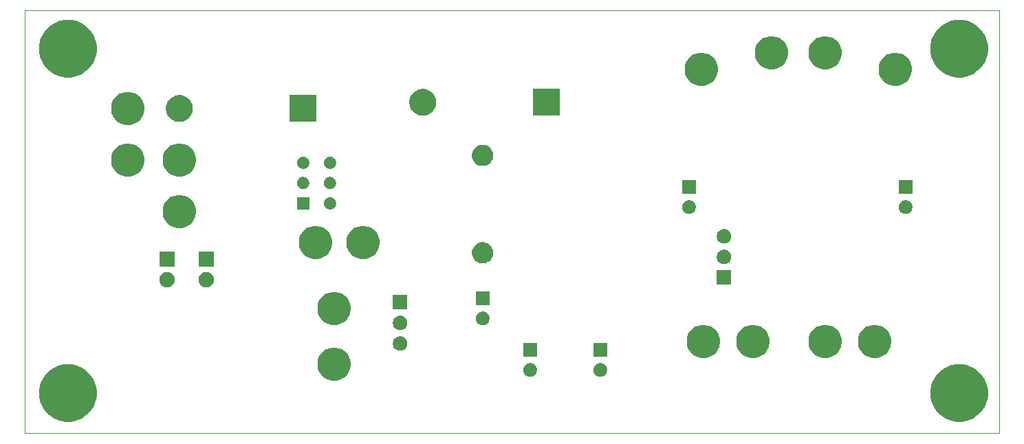
<source format=gbr>
G04 #@! TF.GenerationSoftware,KiCad,Pcbnew,(5.1.5)-3*
G04 #@! TF.CreationDate,2020-04-26T20:45:37-05:00*
G04 #@! TF.ProjectId,SolarBTSpeaker,536f6c61-7242-4545-9370-65616b65722e,1.0*
G04 #@! TF.SameCoordinates,Original*
G04 #@! TF.FileFunction,Soldermask,Bot*
G04 #@! TF.FilePolarity,Negative*
%FSLAX46Y46*%
G04 Gerber Fmt 4.6, Leading zero omitted, Abs format (unit mm)*
G04 Created by KiCad (PCBNEW (5.1.5)-3) date 2020-04-26 20:45:37*
%MOMM*%
%LPD*%
G04 APERTURE LIST*
%ADD10C,0.050000*%
%ADD11C,0.150000*%
G04 APERTURE END LIST*
D10*
X88138000Y-72263000D02*
X208153000Y-72263000D01*
X88138000Y-124333000D02*
X88138000Y-72263000D01*
X208153000Y-124333000D02*
X88138000Y-124333000D01*
X208153000Y-72263000D02*
X208153000Y-124333000D01*
D11*
G36*
X204235787Y-115965462D02*
G01*
X204327667Y-116003520D01*
X204882029Y-116233144D01*
X205463631Y-116621758D01*
X205958242Y-117116369D01*
X206346856Y-117697971D01*
X206461541Y-117974845D01*
X206614538Y-118344213D01*
X206751000Y-119030256D01*
X206751000Y-119729744D01*
X206614538Y-120415787D01*
X206614537Y-120415789D01*
X206346856Y-121062029D01*
X205958242Y-121643631D01*
X205463631Y-122138242D01*
X204882029Y-122526856D01*
X204425068Y-122716135D01*
X204235787Y-122794538D01*
X203549744Y-122931000D01*
X202850256Y-122931000D01*
X202164213Y-122794538D01*
X201974932Y-122716135D01*
X201517971Y-122526856D01*
X200936369Y-122138242D01*
X200441758Y-121643631D01*
X200053144Y-121062029D01*
X199785463Y-120415789D01*
X199785462Y-120415787D01*
X199649000Y-119729744D01*
X199649000Y-119030256D01*
X199785462Y-118344213D01*
X199938459Y-117974845D01*
X200053144Y-117697971D01*
X200441758Y-117116369D01*
X200936369Y-116621758D01*
X201517971Y-116233144D01*
X202072333Y-116003520D01*
X202164213Y-115965462D01*
X202850256Y-115829000D01*
X203549744Y-115829000D01*
X204235787Y-115965462D01*
G37*
G36*
X94507787Y-115965462D02*
G01*
X94599667Y-116003520D01*
X95154029Y-116233144D01*
X95735631Y-116621758D01*
X96230242Y-117116369D01*
X96618856Y-117697971D01*
X96733541Y-117974845D01*
X96886538Y-118344213D01*
X97023000Y-119030256D01*
X97023000Y-119729744D01*
X96886538Y-120415787D01*
X96886537Y-120415789D01*
X96618856Y-121062029D01*
X96230242Y-121643631D01*
X95735631Y-122138242D01*
X95154029Y-122526856D01*
X94697068Y-122716135D01*
X94507787Y-122794538D01*
X93821744Y-122931000D01*
X93122256Y-122931000D01*
X92436213Y-122794538D01*
X92246932Y-122716135D01*
X91789971Y-122526856D01*
X91208369Y-122138242D01*
X90713758Y-121643631D01*
X90325144Y-121062029D01*
X90057463Y-120415789D01*
X90057462Y-120415787D01*
X89921000Y-119729744D01*
X89921000Y-119030256D01*
X90057462Y-118344213D01*
X90210459Y-117974845D01*
X90325144Y-117697971D01*
X90713758Y-117116369D01*
X91208369Y-116621758D01*
X91789971Y-116233144D01*
X92344333Y-116003520D01*
X92436213Y-115965462D01*
X93122256Y-115829000D01*
X93821744Y-115829000D01*
X94507787Y-115965462D01*
G37*
G36*
X126836326Y-113851578D02*
G01*
X127198586Y-114001631D01*
X127209631Y-114006206D01*
X127545596Y-114230690D01*
X127831310Y-114516404D01*
X128055794Y-114852369D01*
X128055795Y-114852371D01*
X128210422Y-115225674D01*
X128289250Y-115621968D01*
X128289250Y-116026032D01*
X128210422Y-116422326D01*
X128124477Y-116629815D01*
X128055794Y-116795631D01*
X127831310Y-117131596D01*
X127545596Y-117417310D01*
X127209631Y-117641794D01*
X127209630Y-117641795D01*
X127209629Y-117641795D01*
X126836326Y-117796422D01*
X126440032Y-117875250D01*
X126035968Y-117875250D01*
X125639674Y-117796422D01*
X125266371Y-117641795D01*
X125266370Y-117641795D01*
X125266369Y-117641794D01*
X124930404Y-117417310D01*
X124644690Y-117131596D01*
X124420206Y-116795631D01*
X124351523Y-116629815D01*
X124265578Y-116422326D01*
X124186750Y-116026032D01*
X124186750Y-115621968D01*
X124265578Y-115225674D01*
X124420205Y-114852371D01*
X124420206Y-114852369D01*
X124644690Y-114516404D01*
X124930404Y-114230690D01*
X125266369Y-114006206D01*
X125277414Y-114001631D01*
X125639674Y-113851578D01*
X126035968Y-113772750D01*
X126440032Y-113772750D01*
X126836326Y-113851578D01*
G37*
G36*
X150616228Y-115727703D02*
G01*
X150771100Y-115791853D01*
X150910481Y-115884985D01*
X151029015Y-116003519D01*
X151122147Y-116142900D01*
X151186297Y-116297772D01*
X151219000Y-116462184D01*
X151219000Y-116629816D01*
X151186297Y-116794228D01*
X151122147Y-116949100D01*
X151029015Y-117088481D01*
X150910481Y-117207015D01*
X150771100Y-117300147D01*
X150616228Y-117364297D01*
X150451816Y-117397000D01*
X150284184Y-117397000D01*
X150119772Y-117364297D01*
X149964900Y-117300147D01*
X149825519Y-117207015D01*
X149706985Y-117088481D01*
X149613853Y-116949100D01*
X149549703Y-116794228D01*
X149517000Y-116629816D01*
X149517000Y-116462184D01*
X149549703Y-116297772D01*
X149613853Y-116142900D01*
X149706985Y-116003519D01*
X149825519Y-115884985D01*
X149964900Y-115791853D01*
X150119772Y-115727703D01*
X150284184Y-115695000D01*
X150451816Y-115695000D01*
X150616228Y-115727703D01*
G37*
G36*
X159252228Y-115727703D02*
G01*
X159407100Y-115791853D01*
X159546481Y-115884985D01*
X159665015Y-116003519D01*
X159758147Y-116142900D01*
X159822297Y-116297772D01*
X159855000Y-116462184D01*
X159855000Y-116629816D01*
X159822297Y-116794228D01*
X159758147Y-116949100D01*
X159665015Y-117088481D01*
X159546481Y-117207015D01*
X159407100Y-117300147D01*
X159252228Y-117364297D01*
X159087816Y-117397000D01*
X158920184Y-117397000D01*
X158755772Y-117364297D01*
X158600900Y-117300147D01*
X158461519Y-117207015D01*
X158342985Y-117088481D01*
X158249853Y-116949100D01*
X158185703Y-116794228D01*
X158153000Y-116629816D01*
X158153000Y-116462184D01*
X158185703Y-116297772D01*
X158249853Y-116142900D01*
X158342985Y-116003519D01*
X158461519Y-115884985D01*
X158600900Y-115791853D01*
X158755772Y-115727703D01*
X158920184Y-115695000D01*
X159087816Y-115695000D01*
X159252228Y-115727703D01*
G37*
G36*
X172302326Y-111057578D02*
G01*
X172675629Y-111212205D01*
X172675631Y-111212206D01*
X173011596Y-111436690D01*
X173297310Y-111722404D01*
X173521794Y-112058369D01*
X173521795Y-112058371D01*
X173676422Y-112431674D01*
X173755250Y-112827968D01*
X173755250Y-113232032D01*
X173676422Y-113628326D01*
X173642267Y-113710784D01*
X173521794Y-114001631D01*
X173297310Y-114337596D01*
X173011596Y-114623310D01*
X172675631Y-114847794D01*
X172675630Y-114847795D01*
X172675629Y-114847795D01*
X172302326Y-115002422D01*
X171906032Y-115081250D01*
X171501968Y-115081250D01*
X171105674Y-115002422D01*
X170732371Y-114847795D01*
X170732370Y-114847795D01*
X170732369Y-114847794D01*
X170396404Y-114623310D01*
X170110690Y-114337596D01*
X169886206Y-114001631D01*
X169765733Y-113710784D01*
X169731578Y-113628326D01*
X169652750Y-113232032D01*
X169652750Y-112827968D01*
X169731578Y-112431674D01*
X169886205Y-112058371D01*
X169886206Y-112058369D01*
X170110690Y-111722404D01*
X170396404Y-111436690D01*
X170732369Y-111212206D01*
X170732371Y-111212205D01*
X171105674Y-111057578D01*
X171501968Y-110978750D01*
X171906032Y-110978750D01*
X172302326Y-111057578D01*
G37*
G36*
X178398326Y-111057578D02*
G01*
X178771629Y-111212205D01*
X178771631Y-111212206D01*
X179107596Y-111436690D01*
X179393310Y-111722404D01*
X179617794Y-112058369D01*
X179617795Y-112058371D01*
X179772422Y-112431674D01*
X179851250Y-112827968D01*
X179851250Y-113232032D01*
X179772422Y-113628326D01*
X179738267Y-113710784D01*
X179617794Y-114001631D01*
X179393310Y-114337596D01*
X179107596Y-114623310D01*
X178771631Y-114847794D01*
X178771630Y-114847795D01*
X178771629Y-114847795D01*
X178398326Y-115002422D01*
X178002032Y-115081250D01*
X177597968Y-115081250D01*
X177201674Y-115002422D01*
X176828371Y-114847795D01*
X176828370Y-114847795D01*
X176828369Y-114847794D01*
X176492404Y-114623310D01*
X176206690Y-114337596D01*
X175982206Y-114001631D01*
X175861733Y-113710784D01*
X175827578Y-113628326D01*
X175748750Y-113232032D01*
X175748750Y-112827968D01*
X175827578Y-112431674D01*
X175982205Y-112058371D01*
X175982206Y-112058369D01*
X176206690Y-111722404D01*
X176492404Y-111436690D01*
X176828369Y-111212206D01*
X176828371Y-111212205D01*
X177201674Y-111057578D01*
X177597968Y-110978750D01*
X178002032Y-110978750D01*
X178398326Y-111057578D01*
G37*
G36*
X187288326Y-111057578D02*
G01*
X187661629Y-111212205D01*
X187661631Y-111212206D01*
X187997596Y-111436690D01*
X188283310Y-111722404D01*
X188507794Y-112058369D01*
X188507795Y-112058371D01*
X188662422Y-112431674D01*
X188741250Y-112827968D01*
X188741250Y-113232032D01*
X188662422Y-113628326D01*
X188628267Y-113710784D01*
X188507794Y-114001631D01*
X188283310Y-114337596D01*
X187997596Y-114623310D01*
X187661631Y-114847794D01*
X187661630Y-114847795D01*
X187661629Y-114847795D01*
X187288326Y-115002422D01*
X186892032Y-115081250D01*
X186487968Y-115081250D01*
X186091674Y-115002422D01*
X185718371Y-114847795D01*
X185718370Y-114847795D01*
X185718369Y-114847794D01*
X185382404Y-114623310D01*
X185096690Y-114337596D01*
X184872206Y-114001631D01*
X184751733Y-113710784D01*
X184717578Y-113628326D01*
X184638750Y-113232032D01*
X184638750Y-112827968D01*
X184717578Y-112431674D01*
X184872205Y-112058371D01*
X184872206Y-112058369D01*
X185096690Y-111722404D01*
X185382404Y-111436690D01*
X185718369Y-111212206D01*
X185718371Y-111212205D01*
X186091674Y-111057578D01*
X186487968Y-110978750D01*
X186892032Y-110978750D01*
X187288326Y-111057578D01*
G37*
G36*
X193384326Y-111057578D02*
G01*
X193757629Y-111212205D01*
X193757631Y-111212206D01*
X194093596Y-111436690D01*
X194379310Y-111722404D01*
X194603794Y-112058369D01*
X194603795Y-112058371D01*
X194758422Y-112431674D01*
X194837250Y-112827968D01*
X194837250Y-113232032D01*
X194758422Y-113628326D01*
X194724267Y-113710784D01*
X194603794Y-114001631D01*
X194379310Y-114337596D01*
X194093596Y-114623310D01*
X193757631Y-114847794D01*
X193757630Y-114847795D01*
X193757629Y-114847795D01*
X193384326Y-115002422D01*
X192988032Y-115081250D01*
X192583968Y-115081250D01*
X192187674Y-115002422D01*
X191814371Y-114847795D01*
X191814370Y-114847795D01*
X191814369Y-114847794D01*
X191478404Y-114623310D01*
X191192690Y-114337596D01*
X190968206Y-114001631D01*
X190847733Y-113710784D01*
X190813578Y-113628326D01*
X190734750Y-113232032D01*
X190734750Y-112827968D01*
X190813578Y-112431674D01*
X190968205Y-112058371D01*
X190968206Y-112058369D01*
X191192690Y-111722404D01*
X191478404Y-111436690D01*
X191814369Y-111212206D01*
X191814371Y-111212205D01*
X192187674Y-111057578D01*
X192583968Y-110978750D01*
X192988032Y-110978750D01*
X193384326Y-111057578D01*
G37*
G36*
X159855000Y-114897000D02*
G01*
X158153000Y-114897000D01*
X158153000Y-113195000D01*
X159855000Y-113195000D01*
X159855000Y-114897000D01*
G37*
G36*
X151219000Y-114897000D02*
G01*
X149517000Y-114897000D01*
X149517000Y-113195000D01*
X151219000Y-113195000D01*
X151219000Y-114897000D01*
G37*
G36*
X134479512Y-112387927D02*
G01*
X134628812Y-112417624D01*
X134792784Y-112485544D01*
X134940354Y-112584147D01*
X135065853Y-112709646D01*
X135164456Y-112857216D01*
X135232376Y-113021188D01*
X135262073Y-113170488D01*
X135266949Y-113195000D01*
X135267000Y-113195259D01*
X135267000Y-113372741D01*
X135232376Y-113546812D01*
X135164456Y-113710784D01*
X135065853Y-113858354D01*
X134940354Y-113983853D01*
X134792784Y-114082456D01*
X134628812Y-114150376D01*
X134479512Y-114180073D01*
X134454742Y-114185000D01*
X134277258Y-114185000D01*
X134252488Y-114180073D01*
X134103188Y-114150376D01*
X133939216Y-114082456D01*
X133791646Y-113983853D01*
X133666147Y-113858354D01*
X133567544Y-113710784D01*
X133499624Y-113546812D01*
X133465000Y-113372741D01*
X133465000Y-113195259D01*
X133465052Y-113195000D01*
X133469927Y-113170488D01*
X133499624Y-113021188D01*
X133567544Y-112857216D01*
X133666147Y-112709646D01*
X133791646Y-112584147D01*
X133939216Y-112485544D01*
X134103188Y-112417624D01*
X134252488Y-112387927D01*
X134277258Y-112383000D01*
X134454742Y-112383000D01*
X134479512Y-112387927D01*
G37*
G36*
X134479512Y-109847927D02*
G01*
X134628812Y-109877624D01*
X134792784Y-109945544D01*
X134940354Y-110044147D01*
X135065853Y-110169646D01*
X135164456Y-110317216D01*
X135232376Y-110481188D01*
X135267000Y-110655259D01*
X135267000Y-110832741D01*
X135232376Y-111006812D01*
X135164456Y-111170784D01*
X135065853Y-111318354D01*
X134940354Y-111443853D01*
X134792784Y-111542456D01*
X134628812Y-111610376D01*
X134479512Y-111640073D01*
X134454742Y-111645000D01*
X134277258Y-111645000D01*
X134252488Y-111640073D01*
X134103188Y-111610376D01*
X133939216Y-111542456D01*
X133791646Y-111443853D01*
X133666147Y-111318354D01*
X133567544Y-111170784D01*
X133499624Y-111006812D01*
X133465000Y-110832741D01*
X133465000Y-110655259D01*
X133499624Y-110481188D01*
X133567544Y-110317216D01*
X133666147Y-110169646D01*
X133791646Y-110044147D01*
X133939216Y-109945544D01*
X134103188Y-109877624D01*
X134252488Y-109847927D01*
X134277258Y-109843000D01*
X134454742Y-109843000D01*
X134479512Y-109847927D01*
G37*
G36*
X144774228Y-109377703D02*
G01*
X144929100Y-109441853D01*
X145068481Y-109534985D01*
X145187015Y-109653519D01*
X145280147Y-109792900D01*
X145344297Y-109947772D01*
X145377000Y-110112184D01*
X145377000Y-110279816D01*
X145344297Y-110444228D01*
X145280147Y-110599100D01*
X145187015Y-110738481D01*
X145068481Y-110857015D01*
X144929100Y-110950147D01*
X144774228Y-111014297D01*
X144609816Y-111047000D01*
X144442184Y-111047000D01*
X144277772Y-111014297D01*
X144122900Y-110950147D01*
X143983519Y-110857015D01*
X143864985Y-110738481D01*
X143771853Y-110599100D01*
X143707703Y-110444228D01*
X143675000Y-110279816D01*
X143675000Y-110112184D01*
X143707703Y-109947772D01*
X143771853Y-109792900D01*
X143864985Y-109653519D01*
X143983519Y-109534985D01*
X144122900Y-109441853D01*
X144277772Y-109377703D01*
X144442184Y-109345000D01*
X144609816Y-109345000D01*
X144774228Y-109377703D01*
G37*
G36*
X126836326Y-106993578D02*
G01*
X126836329Y-106993579D01*
X126836328Y-106993579D01*
X127209631Y-107148206D01*
X127545596Y-107372690D01*
X127831310Y-107658404D01*
X128055794Y-107994369D01*
X128055795Y-107994371D01*
X128210422Y-108367674D01*
X128289250Y-108763968D01*
X128289250Y-109168032D01*
X128210422Y-109564326D01*
X128080650Y-109877624D01*
X128055794Y-109937631D01*
X127831310Y-110273596D01*
X127545596Y-110559310D01*
X127209631Y-110783794D01*
X127209630Y-110783795D01*
X127209629Y-110783795D01*
X126836326Y-110938422D01*
X126440032Y-111017250D01*
X126035968Y-111017250D01*
X125639674Y-110938422D01*
X125266371Y-110783795D01*
X125266370Y-110783795D01*
X125266369Y-110783794D01*
X124930404Y-110559310D01*
X124644690Y-110273596D01*
X124420206Y-109937631D01*
X124395350Y-109877624D01*
X124265578Y-109564326D01*
X124186750Y-109168032D01*
X124186750Y-108763968D01*
X124265578Y-108367674D01*
X124420205Y-107994371D01*
X124420206Y-107994369D01*
X124644690Y-107658404D01*
X124930404Y-107372690D01*
X125266369Y-107148206D01*
X125639672Y-106993579D01*
X125639671Y-106993579D01*
X125639674Y-106993578D01*
X126035968Y-106914750D01*
X126440032Y-106914750D01*
X126836326Y-106993578D01*
G37*
G36*
X135267000Y-109105000D02*
G01*
X133465000Y-109105000D01*
X133465000Y-107303000D01*
X135267000Y-107303000D01*
X135267000Y-109105000D01*
G37*
G36*
X145377000Y-108547000D02*
G01*
X143675000Y-108547000D01*
X143675000Y-106845000D01*
X145377000Y-106845000D01*
X145377000Y-108547000D01*
G37*
G36*
X110767395Y-104495546D02*
G01*
X110940466Y-104567234D01*
X110940467Y-104567235D01*
X111096227Y-104671310D01*
X111228690Y-104803773D01*
X111228691Y-104803775D01*
X111332766Y-104959534D01*
X111404454Y-105132605D01*
X111441000Y-105316333D01*
X111441000Y-105503667D01*
X111404454Y-105687395D01*
X111332766Y-105860466D01*
X111332765Y-105860467D01*
X111228690Y-106016227D01*
X111096227Y-106148690D01*
X111017818Y-106201081D01*
X110940466Y-106252766D01*
X110767395Y-106324454D01*
X110583667Y-106361000D01*
X110396333Y-106361000D01*
X110212605Y-106324454D01*
X110039534Y-106252766D01*
X109962182Y-106201081D01*
X109883773Y-106148690D01*
X109751310Y-106016227D01*
X109647235Y-105860467D01*
X109647234Y-105860466D01*
X109575546Y-105687395D01*
X109539000Y-105503667D01*
X109539000Y-105316333D01*
X109575546Y-105132605D01*
X109647234Y-104959534D01*
X109751309Y-104803775D01*
X109751310Y-104803773D01*
X109883773Y-104671310D01*
X110039533Y-104567235D01*
X110039534Y-104567234D01*
X110212605Y-104495546D01*
X110396333Y-104459000D01*
X110583667Y-104459000D01*
X110767395Y-104495546D01*
G37*
G36*
X105941395Y-104495546D02*
G01*
X106114466Y-104567234D01*
X106114467Y-104567235D01*
X106270227Y-104671310D01*
X106402690Y-104803773D01*
X106402691Y-104803775D01*
X106506766Y-104959534D01*
X106578454Y-105132605D01*
X106615000Y-105316333D01*
X106615000Y-105503667D01*
X106578454Y-105687395D01*
X106506766Y-105860466D01*
X106506765Y-105860467D01*
X106402690Y-106016227D01*
X106270227Y-106148690D01*
X106191818Y-106201081D01*
X106114466Y-106252766D01*
X105941395Y-106324454D01*
X105757667Y-106361000D01*
X105570333Y-106361000D01*
X105386605Y-106324454D01*
X105213534Y-106252766D01*
X105136182Y-106201081D01*
X105057773Y-106148690D01*
X104925310Y-106016227D01*
X104821235Y-105860467D01*
X104821234Y-105860466D01*
X104749546Y-105687395D01*
X104713000Y-105503667D01*
X104713000Y-105316333D01*
X104749546Y-105132605D01*
X104821234Y-104959534D01*
X104925309Y-104803775D01*
X104925310Y-104803773D01*
X105057773Y-104671310D01*
X105213533Y-104567235D01*
X105213534Y-104567234D01*
X105386605Y-104495546D01*
X105570333Y-104459000D01*
X105757667Y-104459000D01*
X105941395Y-104495546D01*
G37*
G36*
X175145000Y-106057000D02*
G01*
X173343000Y-106057000D01*
X173343000Y-104255000D01*
X175145000Y-104255000D01*
X175145000Y-106057000D01*
G37*
G36*
X106615000Y-103821000D02*
G01*
X104713000Y-103821000D01*
X104713000Y-101919000D01*
X106615000Y-101919000D01*
X106615000Y-103821000D01*
G37*
G36*
X111441000Y-103821000D02*
G01*
X109539000Y-103821000D01*
X109539000Y-101919000D01*
X111441000Y-101919000D01*
X111441000Y-103821000D01*
G37*
G36*
X174357512Y-101719927D02*
G01*
X174506812Y-101749624D01*
X174670784Y-101817544D01*
X174818354Y-101916147D01*
X174943853Y-102041646D01*
X175042456Y-102189216D01*
X175110376Y-102353188D01*
X175145000Y-102527259D01*
X175145000Y-102704741D01*
X175110376Y-102878812D01*
X175042456Y-103042784D01*
X174943853Y-103190354D01*
X174818354Y-103315853D01*
X174670784Y-103414456D01*
X174506812Y-103482376D01*
X174357512Y-103512073D01*
X174332742Y-103517000D01*
X174155258Y-103517000D01*
X174130488Y-103512073D01*
X173981188Y-103482376D01*
X173817216Y-103414456D01*
X173669646Y-103315853D01*
X173544147Y-103190354D01*
X173445544Y-103042784D01*
X173377624Y-102878812D01*
X173343000Y-102704741D01*
X173343000Y-102527259D01*
X173377624Y-102353188D01*
X173445544Y-102189216D01*
X173544147Y-102041646D01*
X173669646Y-101916147D01*
X173817216Y-101817544D01*
X173981188Y-101749624D01*
X174130488Y-101719927D01*
X174155258Y-101715000D01*
X174332742Y-101715000D01*
X174357512Y-101719927D01*
G37*
G36*
X144905487Y-100856996D02*
G01*
X145142253Y-100955068D01*
X145142255Y-100955069D01*
X145355339Y-101097447D01*
X145536553Y-101278661D01*
X145641903Y-101436328D01*
X145678932Y-101491747D01*
X145777004Y-101728513D01*
X145827000Y-101979861D01*
X145827000Y-102236139D01*
X145777004Y-102487487D01*
X145707288Y-102655795D01*
X145678931Y-102724255D01*
X145536553Y-102937339D01*
X145355339Y-103118553D01*
X145142255Y-103260931D01*
X145142254Y-103260932D01*
X145142253Y-103260932D01*
X144905487Y-103359004D01*
X144654139Y-103409000D01*
X144397861Y-103409000D01*
X144146513Y-103359004D01*
X143909747Y-103260932D01*
X143909746Y-103260932D01*
X143909745Y-103260931D01*
X143696661Y-103118553D01*
X143515447Y-102937339D01*
X143373069Y-102724255D01*
X143344712Y-102655795D01*
X143274996Y-102487487D01*
X143225000Y-102236139D01*
X143225000Y-101979861D01*
X143274996Y-101728513D01*
X143373068Y-101491747D01*
X143410098Y-101436328D01*
X143515447Y-101278661D01*
X143696661Y-101097447D01*
X143909745Y-100955069D01*
X143909747Y-100955068D01*
X144146513Y-100856996D01*
X144397861Y-100807000D01*
X144654139Y-100807000D01*
X144905487Y-100856996D01*
G37*
G36*
X124550326Y-98865578D02*
G01*
X124923629Y-99020205D01*
X124923631Y-99020206D01*
X125259596Y-99244690D01*
X125545310Y-99530404D01*
X125734260Y-99813189D01*
X125769795Y-99866371D01*
X125924422Y-100239674D01*
X126003250Y-100635968D01*
X126003250Y-101040032D01*
X125924422Y-101436326D01*
X125803395Y-101728512D01*
X125769794Y-101809631D01*
X125545310Y-102145596D01*
X125259596Y-102431310D01*
X124923631Y-102655794D01*
X124923630Y-102655795D01*
X124923629Y-102655795D01*
X124550326Y-102810422D01*
X124154032Y-102889250D01*
X123749968Y-102889250D01*
X123353674Y-102810422D01*
X122980371Y-102655795D01*
X122980370Y-102655795D01*
X122980369Y-102655794D01*
X122644404Y-102431310D01*
X122358690Y-102145596D01*
X122134206Y-101809631D01*
X122100605Y-101728512D01*
X121979578Y-101436326D01*
X121900750Y-101040032D01*
X121900750Y-100635968D01*
X121979578Y-100239674D01*
X122134205Y-99866371D01*
X122169740Y-99813189D01*
X122358690Y-99530404D01*
X122644404Y-99244690D01*
X122980369Y-99020206D01*
X122980371Y-99020205D01*
X123353674Y-98865578D01*
X123749968Y-98786750D01*
X124154032Y-98786750D01*
X124550326Y-98865578D01*
G37*
G36*
X130392326Y-98865578D02*
G01*
X130765629Y-99020205D01*
X130765631Y-99020206D01*
X131101596Y-99244690D01*
X131387310Y-99530404D01*
X131576260Y-99813189D01*
X131611795Y-99866371D01*
X131766422Y-100239674D01*
X131845250Y-100635968D01*
X131845250Y-101040032D01*
X131766422Y-101436326D01*
X131645395Y-101728512D01*
X131611794Y-101809631D01*
X131387310Y-102145596D01*
X131101596Y-102431310D01*
X130765631Y-102655794D01*
X130765630Y-102655795D01*
X130765629Y-102655795D01*
X130392326Y-102810422D01*
X129996032Y-102889250D01*
X129591968Y-102889250D01*
X129195674Y-102810422D01*
X128822371Y-102655795D01*
X128822370Y-102655795D01*
X128822369Y-102655794D01*
X128486404Y-102431310D01*
X128200690Y-102145596D01*
X127976206Y-101809631D01*
X127942605Y-101728512D01*
X127821578Y-101436326D01*
X127742750Y-101040032D01*
X127742750Y-100635968D01*
X127821578Y-100239674D01*
X127976205Y-99866371D01*
X128011740Y-99813189D01*
X128200690Y-99530404D01*
X128486404Y-99244690D01*
X128822369Y-99020206D01*
X128822371Y-99020205D01*
X129195674Y-98865578D01*
X129591968Y-98786750D01*
X129996032Y-98786750D01*
X130392326Y-98865578D01*
G37*
G36*
X174357512Y-99179927D02*
G01*
X174506812Y-99209624D01*
X174670784Y-99277544D01*
X174818354Y-99376147D01*
X174943853Y-99501646D01*
X175042456Y-99649216D01*
X175110376Y-99813188D01*
X175145000Y-99987259D01*
X175145000Y-100164741D01*
X175110376Y-100338812D01*
X175042456Y-100502784D01*
X174943853Y-100650354D01*
X174818354Y-100775853D01*
X174670784Y-100874456D01*
X174506812Y-100942376D01*
X174357512Y-100972073D01*
X174332742Y-100977000D01*
X174155258Y-100977000D01*
X174130488Y-100972073D01*
X173981188Y-100942376D01*
X173817216Y-100874456D01*
X173669646Y-100775853D01*
X173544147Y-100650354D01*
X173445544Y-100502784D01*
X173377624Y-100338812D01*
X173343000Y-100164741D01*
X173343000Y-99987259D01*
X173377624Y-99813188D01*
X173445544Y-99649216D01*
X173544147Y-99501646D01*
X173669646Y-99376147D01*
X173817216Y-99277544D01*
X173981188Y-99209624D01*
X174130488Y-99179927D01*
X174155258Y-99175000D01*
X174332742Y-99175000D01*
X174357512Y-99179927D01*
G37*
G36*
X107786326Y-95055578D02*
G01*
X107786329Y-95055579D01*
X107786328Y-95055579D01*
X108159631Y-95210206D01*
X108495596Y-95434690D01*
X108781310Y-95720404D01*
X109005794Y-96056369D01*
X109005795Y-96056371D01*
X109160422Y-96429674D01*
X109239250Y-96825968D01*
X109239250Y-97230032D01*
X109160422Y-97626326D01*
X109160421Y-97626328D01*
X109005794Y-97999631D01*
X108781310Y-98335596D01*
X108495596Y-98621310D01*
X108159631Y-98845794D01*
X108159630Y-98845795D01*
X108159629Y-98845795D01*
X107786326Y-99000422D01*
X107390032Y-99079250D01*
X106985968Y-99079250D01*
X106589674Y-99000422D01*
X106216371Y-98845795D01*
X106216370Y-98845795D01*
X106216369Y-98845794D01*
X105880404Y-98621310D01*
X105594690Y-98335596D01*
X105370206Y-97999631D01*
X105215579Y-97626328D01*
X105215578Y-97626326D01*
X105136750Y-97230032D01*
X105136750Y-96825968D01*
X105215578Y-96429674D01*
X105370205Y-96056371D01*
X105370206Y-96056369D01*
X105594690Y-95720404D01*
X105880404Y-95434690D01*
X106216369Y-95210206D01*
X106589672Y-95055579D01*
X106589671Y-95055579D01*
X106589674Y-95055578D01*
X106985968Y-94976750D01*
X107390032Y-94976750D01*
X107786326Y-95055578D01*
G37*
G36*
X170174228Y-95661703D02*
G01*
X170329100Y-95725853D01*
X170468481Y-95818985D01*
X170587015Y-95937519D01*
X170680147Y-96076900D01*
X170744297Y-96231772D01*
X170777000Y-96396184D01*
X170777000Y-96563816D01*
X170744297Y-96728228D01*
X170680147Y-96883100D01*
X170587015Y-97022481D01*
X170468481Y-97141015D01*
X170329100Y-97234147D01*
X170174228Y-97298297D01*
X170009816Y-97331000D01*
X169842184Y-97331000D01*
X169677772Y-97298297D01*
X169522900Y-97234147D01*
X169383519Y-97141015D01*
X169264985Y-97022481D01*
X169171853Y-96883100D01*
X169107703Y-96728228D01*
X169075000Y-96563816D01*
X169075000Y-96396184D01*
X169107703Y-96231772D01*
X169171853Y-96076900D01*
X169264985Y-95937519D01*
X169383519Y-95818985D01*
X169522900Y-95725853D01*
X169677772Y-95661703D01*
X169842184Y-95629000D01*
X170009816Y-95629000D01*
X170174228Y-95661703D01*
G37*
G36*
X196844228Y-95661703D02*
G01*
X196999100Y-95725853D01*
X197138481Y-95818985D01*
X197257015Y-95937519D01*
X197350147Y-96076900D01*
X197414297Y-96231772D01*
X197447000Y-96396184D01*
X197447000Y-96563816D01*
X197414297Y-96728228D01*
X197350147Y-96883100D01*
X197257015Y-97022481D01*
X197138481Y-97141015D01*
X196999100Y-97234147D01*
X196844228Y-97298297D01*
X196679816Y-97331000D01*
X196512184Y-97331000D01*
X196347772Y-97298297D01*
X196192900Y-97234147D01*
X196053519Y-97141015D01*
X195934985Y-97022481D01*
X195841853Y-96883100D01*
X195777703Y-96728228D01*
X195745000Y-96563816D01*
X195745000Y-96396184D01*
X195777703Y-96231772D01*
X195841853Y-96076900D01*
X195934985Y-95937519D01*
X196053519Y-95818985D01*
X196192900Y-95725853D01*
X196347772Y-95661703D01*
X196512184Y-95629000D01*
X196679816Y-95629000D01*
X196844228Y-95661703D01*
G37*
G36*
X125947059Y-95289860D02*
G01*
X126083732Y-95346472D01*
X126206735Y-95428660D01*
X126311340Y-95533265D01*
X126393528Y-95656268D01*
X126450140Y-95792941D01*
X126479000Y-95938033D01*
X126479000Y-96085967D01*
X126450140Y-96231059D01*
X126393528Y-96367732D01*
X126311340Y-96490735D01*
X126206735Y-96595340D01*
X126083732Y-96677528D01*
X126083731Y-96677529D01*
X126083730Y-96677529D01*
X125947059Y-96734140D01*
X125801968Y-96763000D01*
X125654032Y-96763000D01*
X125508941Y-96734140D01*
X125372270Y-96677529D01*
X125372269Y-96677529D01*
X125372268Y-96677528D01*
X125249265Y-96595340D01*
X125144660Y-96490735D01*
X125062472Y-96367732D01*
X125005860Y-96231059D01*
X124977000Y-96085967D01*
X124977000Y-95938033D01*
X125005860Y-95792941D01*
X125062472Y-95656268D01*
X125144660Y-95533265D01*
X125249265Y-95428660D01*
X125372268Y-95346472D01*
X125508941Y-95289860D01*
X125654032Y-95261000D01*
X125801968Y-95261000D01*
X125947059Y-95289860D01*
G37*
G36*
X123179000Y-96763000D02*
G01*
X121677000Y-96763000D01*
X121677000Y-95261000D01*
X123179000Y-95261000D01*
X123179000Y-96763000D01*
G37*
G36*
X197447000Y-94831000D02*
G01*
X195745000Y-94831000D01*
X195745000Y-93129000D01*
X197447000Y-93129000D01*
X197447000Y-94831000D01*
G37*
G36*
X170777000Y-94831000D02*
G01*
X169075000Y-94831000D01*
X169075000Y-93129000D01*
X170777000Y-93129000D01*
X170777000Y-94831000D01*
G37*
G36*
X125947059Y-92789860D02*
G01*
X126083732Y-92846472D01*
X126206735Y-92928660D01*
X126311340Y-93033265D01*
X126393528Y-93156268D01*
X126450140Y-93292941D01*
X126479000Y-93438033D01*
X126479000Y-93585967D01*
X126450140Y-93731059D01*
X126393528Y-93867732D01*
X126311340Y-93990735D01*
X126206735Y-94095340D01*
X126083732Y-94177528D01*
X126083731Y-94177529D01*
X126083730Y-94177529D01*
X125947059Y-94234140D01*
X125801968Y-94263000D01*
X125654032Y-94263000D01*
X125508941Y-94234140D01*
X125372270Y-94177529D01*
X125372269Y-94177529D01*
X125372268Y-94177528D01*
X125249265Y-94095340D01*
X125144660Y-93990735D01*
X125062472Y-93867732D01*
X125005860Y-93731059D01*
X124977000Y-93585967D01*
X124977000Y-93438033D01*
X125005860Y-93292941D01*
X125062472Y-93156268D01*
X125144660Y-93033265D01*
X125249265Y-92928660D01*
X125372268Y-92846472D01*
X125508941Y-92789860D01*
X125654032Y-92761000D01*
X125801968Y-92761000D01*
X125947059Y-92789860D01*
G37*
G36*
X122647059Y-92789860D02*
G01*
X122783732Y-92846472D01*
X122906735Y-92928660D01*
X123011340Y-93033265D01*
X123093528Y-93156268D01*
X123150140Y-93292941D01*
X123179000Y-93438033D01*
X123179000Y-93585967D01*
X123150140Y-93731059D01*
X123093528Y-93867732D01*
X123011340Y-93990735D01*
X122906735Y-94095340D01*
X122783732Y-94177528D01*
X122783731Y-94177529D01*
X122783730Y-94177529D01*
X122647059Y-94234140D01*
X122501968Y-94263000D01*
X122354032Y-94263000D01*
X122208941Y-94234140D01*
X122072270Y-94177529D01*
X122072269Y-94177529D01*
X122072268Y-94177528D01*
X121949265Y-94095340D01*
X121844660Y-93990735D01*
X121762472Y-93867732D01*
X121705860Y-93731059D01*
X121677000Y-93585967D01*
X121677000Y-93438033D01*
X121705860Y-93292941D01*
X121762472Y-93156268D01*
X121844660Y-93033265D01*
X121949265Y-92928660D01*
X122072268Y-92846472D01*
X122208941Y-92789860D01*
X122354032Y-92761000D01*
X122501968Y-92761000D01*
X122647059Y-92789860D01*
G37*
G36*
X107786326Y-88705578D02*
G01*
X108151884Y-88856997D01*
X108159631Y-88860206D01*
X108495596Y-89084690D01*
X108781310Y-89370404D01*
X109005794Y-89706369D01*
X109005795Y-89706371D01*
X109160422Y-90079674D01*
X109239250Y-90475968D01*
X109239250Y-90880032D01*
X109160422Y-91276326D01*
X109160421Y-91276328D01*
X109005794Y-91649631D01*
X108781310Y-91985596D01*
X108495596Y-92271310D01*
X108159631Y-92495794D01*
X108159630Y-92495795D01*
X108159629Y-92495795D01*
X107786326Y-92650422D01*
X107390032Y-92729250D01*
X106985968Y-92729250D01*
X106589674Y-92650422D01*
X106216371Y-92495795D01*
X106216370Y-92495795D01*
X106216369Y-92495794D01*
X105880404Y-92271310D01*
X105594690Y-91985596D01*
X105370206Y-91649631D01*
X105215579Y-91276328D01*
X105215578Y-91276326D01*
X105136750Y-90880032D01*
X105136750Y-90475968D01*
X105215578Y-90079674D01*
X105370205Y-89706371D01*
X105370206Y-89706369D01*
X105594690Y-89370404D01*
X105880404Y-89084690D01*
X106216369Y-88860206D01*
X106224116Y-88856997D01*
X106589674Y-88705578D01*
X106985968Y-88626750D01*
X107390032Y-88626750D01*
X107786326Y-88705578D01*
G37*
G36*
X101436326Y-88705578D02*
G01*
X101801884Y-88856997D01*
X101809631Y-88860206D01*
X102145596Y-89084690D01*
X102431310Y-89370404D01*
X102655794Y-89706369D01*
X102655795Y-89706371D01*
X102810422Y-90079674D01*
X102889250Y-90475968D01*
X102889250Y-90880032D01*
X102810422Y-91276326D01*
X102810421Y-91276328D01*
X102655794Y-91649631D01*
X102431310Y-91985596D01*
X102145596Y-92271310D01*
X101809631Y-92495794D01*
X101809630Y-92495795D01*
X101809629Y-92495795D01*
X101436326Y-92650422D01*
X101040032Y-92729250D01*
X100635968Y-92729250D01*
X100239674Y-92650422D01*
X99866371Y-92495795D01*
X99866370Y-92495795D01*
X99866369Y-92495794D01*
X99530404Y-92271310D01*
X99244690Y-91985596D01*
X99020206Y-91649631D01*
X98865579Y-91276328D01*
X98865578Y-91276326D01*
X98786750Y-90880032D01*
X98786750Y-90475968D01*
X98865578Y-90079674D01*
X99020205Y-89706371D01*
X99020206Y-89706369D01*
X99244690Y-89370404D01*
X99530404Y-89084690D01*
X99866369Y-88860206D01*
X99874116Y-88856997D01*
X100239674Y-88705578D01*
X100635968Y-88626750D01*
X101040032Y-88626750D01*
X101436326Y-88705578D01*
G37*
G36*
X122647059Y-90289860D02*
G01*
X122783732Y-90346472D01*
X122906735Y-90428660D01*
X123011340Y-90533265D01*
X123011341Y-90533267D01*
X123093529Y-90656270D01*
X123150140Y-90792941D01*
X123179000Y-90938032D01*
X123179000Y-91085968D01*
X123150140Y-91231059D01*
X123093528Y-91367732D01*
X123011340Y-91490735D01*
X122906735Y-91595340D01*
X122783732Y-91677528D01*
X122783731Y-91677529D01*
X122783730Y-91677529D01*
X122647059Y-91734140D01*
X122501968Y-91763000D01*
X122354032Y-91763000D01*
X122208941Y-91734140D01*
X122072270Y-91677529D01*
X122072269Y-91677529D01*
X122072268Y-91677528D01*
X121949265Y-91595340D01*
X121844660Y-91490735D01*
X121762472Y-91367732D01*
X121705860Y-91231059D01*
X121677000Y-91085968D01*
X121677000Y-90938032D01*
X121705860Y-90792941D01*
X121762471Y-90656270D01*
X121844659Y-90533267D01*
X121844660Y-90533265D01*
X121949265Y-90428660D01*
X122072268Y-90346472D01*
X122208941Y-90289860D01*
X122354032Y-90261000D01*
X122501968Y-90261000D01*
X122647059Y-90289860D01*
G37*
G36*
X125947059Y-90289860D02*
G01*
X126083732Y-90346472D01*
X126206735Y-90428660D01*
X126311340Y-90533265D01*
X126311341Y-90533267D01*
X126393529Y-90656270D01*
X126450140Y-90792941D01*
X126479000Y-90938032D01*
X126479000Y-91085968D01*
X126450140Y-91231059D01*
X126393528Y-91367732D01*
X126311340Y-91490735D01*
X126206735Y-91595340D01*
X126083732Y-91677528D01*
X126083731Y-91677529D01*
X126083730Y-91677529D01*
X125947059Y-91734140D01*
X125801968Y-91763000D01*
X125654032Y-91763000D01*
X125508941Y-91734140D01*
X125372270Y-91677529D01*
X125372269Y-91677529D01*
X125372268Y-91677528D01*
X125249265Y-91595340D01*
X125144660Y-91490735D01*
X125062472Y-91367732D01*
X125005860Y-91231059D01*
X124977000Y-91085968D01*
X124977000Y-90938032D01*
X125005860Y-90792941D01*
X125062471Y-90656270D01*
X125144659Y-90533267D01*
X125144660Y-90533265D01*
X125249265Y-90428660D01*
X125372268Y-90346472D01*
X125508941Y-90289860D01*
X125654032Y-90261000D01*
X125801968Y-90261000D01*
X125947059Y-90289860D01*
G37*
G36*
X144905487Y-88856996D02*
G01*
X145142253Y-88955068D01*
X145142255Y-88955069D01*
X145355339Y-89097447D01*
X145536553Y-89278661D01*
X145597854Y-89370404D01*
X145678932Y-89491747D01*
X145777004Y-89728513D01*
X145827000Y-89979861D01*
X145827000Y-90236139D01*
X145777004Y-90487487D01*
X145678932Y-90724253D01*
X145678931Y-90724255D01*
X145536553Y-90937339D01*
X145355339Y-91118553D01*
X145142255Y-91260931D01*
X145142254Y-91260932D01*
X145142253Y-91260932D01*
X144905487Y-91359004D01*
X144654139Y-91409000D01*
X144397861Y-91409000D01*
X144146513Y-91359004D01*
X143909747Y-91260932D01*
X143909746Y-91260932D01*
X143909745Y-91260931D01*
X143696661Y-91118553D01*
X143515447Y-90937339D01*
X143373069Y-90724255D01*
X143373068Y-90724253D01*
X143274996Y-90487487D01*
X143225000Y-90236139D01*
X143225000Y-89979861D01*
X143274996Y-89728513D01*
X143373068Y-89491747D01*
X143454147Y-89370404D01*
X143515447Y-89278661D01*
X143696661Y-89097447D01*
X143909745Y-88955069D01*
X143909747Y-88955068D01*
X144146513Y-88856996D01*
X144397861Y-88807000D01*
X144654139Y-88807000D01*
X144905487Y-88856996D01*
G37*
G36*
X101436326Y-82355578D02*
G01*
X101436329Y-82355579D01*
X101436328Y-82355579D01*
X101809631Y-82510206D01*
X102145596Y-82734690D01*
X102431310Y-83020404D01*
X102474085Y-83084422D01*
X102655795Y-83356371D01*
X102810422Y-83729674D01*
X102889250Y-84125968D01*
X102889250Y-84530032D01*
X102810422Y-84926326D01*
X102690021Y-85217000D01*
X102655794Y-85299631D01*
X102431310Y-85635596D01*
X102145596Y-85921310D01*
X101809631Y-86145794D01*
X101809630Y-86145795D01*
X101809629Y-86145795D01*
X101436326Y-86300422D01*
X101040032Y-86379250D01*
X100635968Y-86379250D01*
X100239674Y-86300422D01*
X99866371Y-86145795D01*
X99866370Y-86145795D01*
X99866369Y-86145794D01*
X99530404Y-85921310D01*
X99244690Y-85635596D01*
X99020206Y-85299631D01*
X98985979Y-85217000D01*
X98865578Y-84926326D01*
X98786750Y-84530032D01*
X98786750Y-84125968D01*
X98865578Y-83729674D01*
X99020205Y-83356371D01*
X99201915Y-83084422D01*
X99244690Y-83020404D01*
X99530404Y-82734690D01*
X99866369Y-82510206D01*
X100239672Y-82355579D01*
X100239671Y-82355579D01*
X100239674Y-82355578D01*
X100635968Y-82276750D01*
X101040032Y-82276750D01*
X101436326Y-82355578D01*
G37*
G36*
X107563256Y-82719298D02*
G01*
X107669579Y-82740447D01*
X107970042Y-82864903D01*
X108240451Y-83045585D01*
X108470415Y-83275549D01*
X108651097Y-83545958D01*
X108726754Y-83728609D01*
X108775553Y-83846422D01*
X108839000Y-84165389D01*
X108839000Y-84490611D01*
X108813571Y-84618449D01*
X108775553Y-84809579D01*
X108651097Y-85110042D01*
X108470415Y-85380451D01*
X108240451Y-85610415D01*
X107970042Y-85791097D01*
X107669579Y-85915553D01*
X107563256Y-85936702D01*
X107350611Y-85979000D01*
X107025389Y-85979000D01*
X106812744Y-85936702D01*
X106706421Y-85915553D01*
X106405958Y-85791097D01*
X106135549Y-85610415D01*
X105905585Y-85380451D01*
X105724903Y-85110042D01*
X105600447Y-84809579D01*
X105562429Y-84618449D01*
X105537000Y-84490611D01*
X105537000Y-84165389D01*
X105600447Y-83846422D01*
X105649247Y-83728609D01*
X105724903Y-83545958D01*
X105905585Y-83275549D01*
X106135549Y-83045585D01*
X106405958Y-82864903D01*
X106706421Y-82740447D01*
X106812744Y-82719298D01*
X107025389Y-82677000D01*
X107350611Y-82677000D01*
X107563256Y-82719298D01*
G37*
G36*
X124079000Y-85979000D02*
G01*
X120777000Y-85979000D01*
X120777000Y-82677000D01*
X124079000Y-82677000D01*
X124079000Y-85979000D01*
G37*
G36*
X137535256Y-81957298D02*
G01*
X137641579Y-81978447D01*
X137942042Y-82102903D01*
X138212451Y-82283585D01*
X138442415Y-82513549D01*
X138623097Y-82783958D01*
X138731467Y-83045585D01*
X138747553Y-83084422D01*
X138811000Y-83403389D01*
X138811000Y-83728611D01*
X138787566Y-83846421D01*
X138747553Y-84047579D01*
X138623097Y-84348042D01*
X138442415Y-84618451D01*
X138212451Y-84848415D01*
X137942042Y-85029097D01*
X137641579Y-85153553D01*
X137535256Y-85174702D01*
X137322611Y-85217000D01*
X136997389Y-85217000D01*
X136784744Y-85174702D01*
X136678421Y-85153553D01*
X136377958Y-85029097D01*
X136107549Y-84848415D01*
X135877585Y-84618451D01*
X135696903Y-84348042D01*
X135572447Y-84047579D01*
X135532434Y-83846421D01*
X135509000Y-83728611D01*
X135509000Y-83403389D01*
X135572447Y-83084422D01*
X135588534Y-83045585D01*
X135696903Y-82783958D01*
X135877585Y-82513549D01*
X136107549Y-82283585D01*
X136377958Y-82102903D01*
X136678421Y-81978447D01*
X136784744Y-81957298D01*
X136997389Y-81915000D01*
X137322611Y-81915000D01*
X137535256Y-81957298D01*
G37*
G36*
X154051000Y-85217000D02*
G01*
X150749000Y-85217000D01*
X150749000Y-81915000D01*
X154051000Y-81915000D01*
X154051000Y-85217000D01*
G37*
G36*
X172048326Y-77529578D02*
G01*
X172421629Y-77684205D01*
X172421631Y-77684206D01*
X172757596Y-77908690D01*
X173043310Y-78194404D01*
X173158738Y-78367155D01*
X173267795Y-78530371D01*
X173422422Y-78903674D01*
X173501250Y-79299968D01*
X173501250Y-79704032D01*
X173422422Y-80100326D01*
X173422421Y-80100328D01*
X173267794Y-80473631D01*
X173043310Y-80809596D01*
X172757596Y-81095310D01*
X172421631Y-81319794D01*
X172421630Y-81319795D01*
X172421629Y-81319795D01*
X172048326Y-81474422D01*
X171652032Y-81553250D01*
X171247968Y-81553250D01*
X170851674Y-81474422D01*
X170478371Y-81319795D01*
X170478370Y-81319795D01*
X170478369Y-81319794D01*
X170142404Y-81095310D01*
X169856690Y-80809596D01*
X169632206Y-80473631D01*
X169477579Y-80100328D01*
X169477578Y-80100326D01*
X169398750Y-79704032D01*
X169398750Y-79299968D01*
X169477578Y-78903674D01*
X169632205Y-78530371D01*
X169741262Y-78367155D01*
X169856690Y-78194404D01*
X170142404Y-77908690D01*
X170478369Y-77684206D01*
X170478371Y-77684205D01*
X170851674Y-77529578D01*
X171247968Y-77450750D01*
X171652032Y-77450750D01*
X172048326Y-77529578D01*
G37*
G36*
X195924326Y-77529578D02*
G01*
X196297629Y-77684205D01*
X196297631Y-77684206D01*
X196633596Y-77908690D01*
X196919310Y-78194404D01*
X197034738Y-78367155D01*
X197143795Y-78530371D01*
X197298422Y-78903674D01*
X197377250Y-79299968D01*
X197377250Y-79704032D01*
X197298422Y-80100326D01*
X197298421Y-80100328D01*
X197143794Y-80473631D01*
X196919310Y-80809596D01*
X196633596Y-81095310D01*
X196297631Y-81319794D01*
X196297630Y-81319795D01*
X196297629Y-81319795D01*
X195924326Y-81474422D01*
X195528032Y-81553250D01*
X195123968Y-81553250D01*
X194727674Y-81474422D01*
X194354371Y-81319795D01*
X194354370Y-81319795D01*
X194354369Y-81319794D01*
X194018404Y-81095310D01*
X193732690Y-80809596D01*
X193508206Y-80473631D01*
X193353579Y-80100328D01*
X193353578Y-80100326D01*
X193274750Y-79704032D01*
X193274750Y-79299968D01*
X193353578Y-78903674D01*
X193508205Y-78530371D01*
X193617262Y-78367155D01*
X193732690Y-78194404D01*
X194018404Y-77908690D01*
X194354369Y-77684206D01*
X194354371Y-77684205D01*
X194727674Y-77529578D01*
X195123968Y-77450750D01*
X195528032Y-77450750D01*
X195924326Y-77529578D01*
G37*
G36*
X204235787Y-73547462D02*
G01*
X204235790Y-73547463D01*
X204235789Y-73547463D01*
X204882029Y-73815144D01*
X205463631Y-74203758D01*
X205958242Y-74698369D01*
X206346856Y-75279971D01*
X206536135Y-75736932D01*
X206614538Y-75926213D01*
X206751000Y-76612256D01*
X206751000Y-77311744D01*
X206614538Y-77997787D01*
X206614537Y-77997789D01*
X206346856Y-78644029D01*
X205958242Y-79225631D01*
X205463631Y-79720242D01*
X204882029Y-80108856D01*
X204425068Y-80298135D01*
X204235787Y-80376538D01*
X203549744Y-80513000D01*
X202850256Y-80513000D01*
X202164213Y-80376538D01*
X201974932Y-80298135D01*
X201517971Y-80108856D01*
X200936369Y-79720242D01*
X200441758Y-79225631D01*
X200053144Y-78644029D01*
X199785463Y-77997789D01*
X199785462Y-77997787D01*
X199649000Y-77311744D01*
X199649000Y-76612256D01*
X199785462Y-75926213D01*
X199863865Y-75736932D01*
X200053144Y-75279971D01*
X200441758Y-74698369D01*
X200936369Y-74203758D01*
X201517971Y-73815144D01*
X202164211Y-73547463D01*
X202164210Y-73547463D01*
X202164213Y-73547462D01*
X202850256Y-73411000D01*
X203549744Y-73411000D01*
X204235787Y-73547462D01*
G37*
G36*
X94507787Y-73547462D02*
G01*
X94507790Y-73547463D01*
X94507789Y-73547463D01*
X95154029Y-73815144D01*
X95735631Y-74203758D01*
X96230242Y-74698369D01*
X96618856Y-75279971D01*
X96808135Y-75736932D01*
X96886538Y-75926213D01*
X97023000Y-76612256D01*
X97023000Y-77311744D01*
X96886538Y-77997787D01*
X96886537Y-77997789D01*
X96618856Y-78644029D01*
X96230242Y-79225631D01*
X95735631Y-79720242D01*
X95154029Y-80108856D01*
X94697068Y-80298135D01*
X94507787Y-80376538D01*
X93821744Y-80513000D01*
X93122256Y-80513000D01*
X92436213Y-80376538D01*
X92246932Y-80298135D01*
X91789971Y-80108856D01*
X91208369Y-79720242D01*
X90713758Y-79225631D01*
X90325144Y-78644029D01*
X90057463Y-77997789D01*
X90057462Y-77997787D01*
X89921000Y-77311744D01*
X89921000Y-76612256D01*
X90057462Y-75926213D01*
X90135865Y-75736932D01*
X90325144Y-75279971D01*
X90713758Y-74698369D01*
X91208369Y-74203758D01*
X91789971Y-73815144D01*
X92436211Y-73547463D01*
X92436210Y-73547463D01*
X92436213Y-73547462D01*
X93122256Y-73411000D01*
X93821744Y-73411000D01*
X94507787Y-73547462D01*
G37*
G36*
X180684326Y-75497578D02*
G01*
X180684329Y-75497579D01*
X180684328Y-75497579D01*
X181057631Y-75652206D01*
X181393596Y-75876690D01*
X181679310Y-76162404D01*
X181903794Y-76498369D01*
X181903795Y-76498371D01*
X182058422Y-76871674D01*
X182137250Y-77267968D01*
X182137250Y-77672032D01*
X182058422Y-78068326D01*
X182058421Y-78068328D01*
X181903794Y-78441631D01*
X181679310Y-78777596D01*
X181393596Y-79063310D01*
X181057631Y-79287794D01*
X181057630Y-79287795D01*
X181057629Y-79287795D01*
X180684326Y-79442422D01*
X180288032Y-79521250D01*
X179883968Y-79521250D01*
X179487674Y-79442422D01*
X179114371Y-79287795D01*
X179114370Y-79287795D01*
X179114369Y-79287794D01*
X178778404Y-79063310D01*
X178492690Y-78777596D01*
X178268206Y-78441631D01*
X178113579Y-78068328D01*
X178113578Y-78068326D01*
X178034750Y-77672032D01*
X178034750Y-77267968D01*
X178113578Y-76871674D01*
X178268205Y-76498371D01*
X178268206Y-76498369D01*
X178492690Y-76162404D01*
X178778404Y-75876690D01*
X179114369Y-75652206D01*
X179487672Y-75497579D01*
X179487671Y-75497579D01*
X179487674Y-75497578D01*
X179883968Y-75418750D01*
X180288032Y-75418750D01*
X180684326Y-75497578D01*
G37*
G36*
X187288326Y-75497578D02*
G01*
X187288329Y-75497579D01*
X187288328Y-75497579D01*
X187661631Y-75652206D01*
X187997596Y-75876690D01*
X188283310Y-76162404D01*
X188507794Y-76498369D01*
X188507795Y-76498371D01*
X188662422Y-76871674D01*
X188741250Y-77267968D01*
X188741250Y-77672032D01*
X188662422Y-78068326D01*
X188662421Y-78068328D01*
X188507794Y-78441631D01*
X188283310Y-78777596D01*
X187997596Y-79063310D01*
X187661631Y-79287794D01*
X187661630Y-79287795D01*
X187661629Y-79287795D01*
X187288326Y-79442422D01*
X186892032Y-79521250D01*
X186487968Y-79521250D01*
X186091674Y-79442422D01*
X185718371Y-79287795D01*
X185718370Y-79287795D01*
X185718369Y-79287794D01*
X185382404Y-79063310D01*
X185096690Y-78777596D01*
X184872206Y-78441631D01*
X184717579Y-78068328D01*
X184717578Y-78068326D01*
X184638750Y-77672032D01*
X184638750Y-77267968D01*
X184717578Y-76871674D01*
X184872205Y-76498371D01*
X184872206Y-76498369D01*
X185096690Y-76162404D01*
X185382404Y-75876690D01*
X185718369Y-75652206D01*
X186091672Y-75497579D01*
X186091671Y-75497579D01*
X186091674Y-75497578D01*
X186487968Y-75418750D01*
X186892032Y-75418750D01*
X187288326Y-75497578D01*
G37*
M02*

</source>
